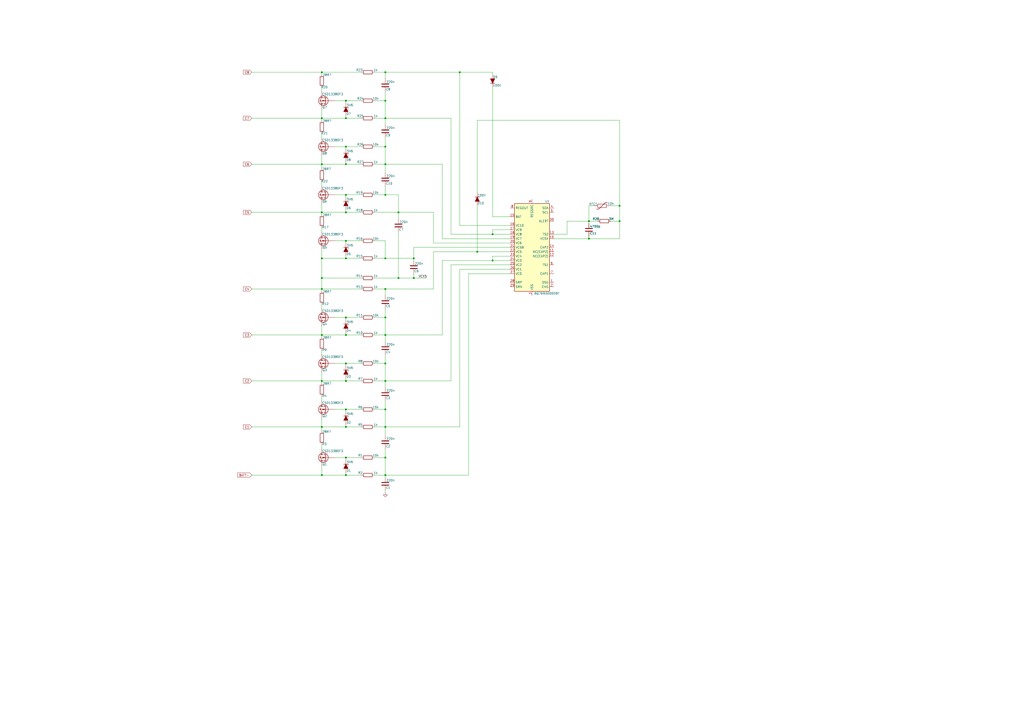
<source format=kicad_sch>
(kicad_sch (version 20250114) (generator "eeschema") (generator_version "9.0")
  (paper "A2")
  (lib_symbols
    (symbol "Battery_Management:BQ76200PW"
      (property "Reference" "U" (at -8.89 13.97 0))
      (property "Value" "BQ76200PW" (at 7.62 13.97 0))
      (symbol "BQ76200PW_0_1"
        (rectangle (start -10.16 -12.7) (end 10.16 12.7) (stroke (width 0.254)) (fill (type background)))
      )
      (symbol "BQ76200PW_1_1"
        (pin input line (at -12.7 2.54 0) (length 2.54) (name "CHG_EN") (number "4"))
        (pin input line (at -12.7 0 0) (length 2.54) (name "CP_EN") (number "5"))
        (pin input line (at -12.7 -2.54 0) (length 2.54) (name "DSG_EN") (number "6"))
        (pin input line (at -12.7 -5.08 0) (length 2.54) (name "PCHG_EN") (number "8"))
        (pin input line (at -12.7 -7.62 0) (length 2.54) (name "PMON_EN") (number "7"))
        (pin no_connect line (at -10.16 10.16 0) (length 2.54) (hide yes) (name "NC") (number "3"))
        (pin no_connect line (at -10.16 7.62 0) (length 2.54) (hide yes) (name "NC") (number "13"))
        (pin no_connect line (at -10.16 5.08 0) (length 2.54) (hide yes) (name "NC") (number "15"))
        (pin power_in line (at -2.54 15.24 270) (length 2.54) (name "BAT") (number "2"))
        (pin power_in line (at 0 15.24 270) (length 2.54) (name "PACK") (number "11"))
        (pin power_in line (at 0 -15.24 90) (length 2.54) (name "VSS") (number "9"))
        (pin output line (at 12.7 10.16 180) (length 2.54) (name "VDDCP") (number "1"))
        (pin output line (at 12.7 5.08 180) (length 2.54) (name "PCHG") (number "14"))
        (pin output line (at 12.7 2.54 180) (length 2.54) (name "CHG") (number "16"))
        (pin output line (at 12.7 0 180) (length 2.54) (name "DSG") (number "12"))
        (pin output line (at 12.7 -7.62 180) (length 2.54) (name "PACKDIV") (number "10"))
      )
    )
    (symbol "Battery_Management:BQ76930DBT"
      (property "Reference" "U" (at -7.62 26.67 0))
      (property "Value" "BQ76930DBT" (at 13.97 26.67 0))
      (symbol "BQ76930DBT_0_1"
        (rectangle (start -10.16 25.4) (end 10.16 -25.4) (stroke (width 0.254)) (fill (type background)))
      )
      (symbol "BQ76930DBT_1_0"
        (pin bidirectional line (at -12.7 15.24 0) (length 2.54) (name "ALERT") (number "30"))
        (pin passive line (at -12.7 7.62 0) (length 2.54) (name "TS2") (number "13"))
        (pin passive line (at -12.7 5.08 0) (length 2.54) (name "VC5X") (number "10"))
        (pin passive line (at -12.7 0 0) (length 2.54) (name "CAP2") (number "14"))
        (pin passive line (at -12.7 -2.54 0) (length 2.54) (name "NC(CAP2)") (number "11"))
        (pin passive line (at -12.7 -5.08 0) (length 2.54) (name "NC(CAP2)") (number "12"))
        (pin passive line (at -12.7 -10.16 0) (length 2.54) (name "TS1") (number "6"))
        (pin passive line (at -12.7 -15.24 0) (length 2.54) (name "CAP1") (number "7"))
        (pin power_in line (at 0 27.94 270) (length 2.54) (name "REGSRC") (number "9"))
        (pin power_out line (at 12.7 22.86 180) (length 2.54) (name "REGOUT") (number "8"))
        (pin input line (at 12.7 17.78 180) (length 2.54) (name "BAT") (number "15"))
        (pin input line (at 12.7 12.7 180) (length 2.54) (name "VC10") (number "16"))
        (pin input line (at 12.7 10.16 180) (length 2.54) (name "VC9") (number "17"))
        (pin input line (at 12.7 7.62 180) (length 2.54) (name "VC8") (number "18"))
        (pin input line (at 12.7 5.08 180) (length 2.54) (name "VC7") (number "19"))
        (pin input line (at 12.7 2.54 180) (length 2.54) (name "VC6") (number "20"))
        (pin input line (at 12.7 0 180) (length 2.54) (name "VC5B") (number "21"))
        (pin input line (at 12.7 -2.54 180) (length 2.54) (name "VC5") (number "22"))
        (pin input line (at 12.7 -5.08 180) (length 2.54) (name "VC4") (number "23"))
        (pin input line (at 12.7 -7.62 180) (length 2.54) (name "VC3") (number "24"))
        (pin input line (at 12.7 -10.16 180) (length 2.54) (name "VC2") (number "25"))
        (pin input line (at 12.7 -12.7 180) (length 2.54) (name "VC1") (number "26"))
        (pin input line (at 12.7 -15.24 180) (length 2.54) (name "VC0") (number "27"))
        (pin input line (at 12.7 -20.32 180) (length 2.54) (name "SRP") (number "28"))
        (pin input line (at 12.7 -22.86 180) (length 2.54) (name "SRN") (number "29"))
      )
      (symbol "BQ76930DBT_1_1"
        (pin bidirectional line (at -12.7 22.86 0) (length 2.54) (name "SDA") (number "4"))
        (pin input line (at -12.7 20.32 0) (length 2.54) (name "SCL") (number "5"))
        (pin output line (at -12.7 -20.32 0) (length 2.54) (name "DSG") (number "1"))
        (pin output line (at -12.7 -22.86 0) (length 2.54) (name "CHG") (number "2"))
        (pin power_in line (at 0 -27.94 90) (length 2.54) (name "VSS") (number "3"))
      )
    )
    (symbol "Battery_Management:BQ78350DBT"
      (property "Reference" "U" (at -10.16 26.67 0))
      (property "Value" "BQ78350DBT" (at 13.97 26.67 0))
      (symbol "BQ78350DBT_0_1"
        (rectangle (start -10.16 25.4) (end 10.16 -25.4) (stroke (width 0.254)) (fill (type background)))
      )
      (symbol "BQ78350DBT_1_1"
        (pin input line (at -12.7 22.86 0) (length 2.54) (name "~{MRST}") (number "24"))
        (pin input line (at -12.7 17.78 0) (length 2.54) (name "BAT") (number "7"))
        (pin open_collector line (at -12.7 12.7 0) (length 2.54) (name "VEN") (number "12"))
        (pin input line (at -12.7 10.16 0) (length 2.54) (name "VAUX") (number "6"))
        (pin bidirectional line (at -12.7 5.08 0) (length 2.54) (name "SDA") (number "3"))
        (pin output line (at -12.7 2.54 0) (length 2.54) (name "SCL") (number "4"))
        (pin bidirectional line (at -12.7 0 0) (length 2.54) (name "ALERT") (number "2"))
        (pin output line (at -12.7 -5.08 0) (length 2.54) (name "~{PRECHG}") (number "5"))
        (pin input line (at -12.7 -10.16 0) (length 2.54) (name "~{PRES}") (number "8"))
        (pin input line (at -12.7 -12.7 0) (length 2.54) (name "~{KEYIN}") (number "9"))
        (pin output line (at -12.7 -15.24 0) (length 2.54) (name "SAFE") (number "10"))
        (pin bidirectional line (at -12.7 -20.32 0) (length 2.54) (name "GPIO_A") (number "21"))
        (pin bidirectional line (at -12.7 -22.86 0) (length 2.54) (name "GPIO_B") (number "28"))
        (pin power_in line (at 0 27.94 270) (length 2.54) (name "VCC") (number "26"))
        (pin passive line (at 0 -27.94 90) (length 2.54) (hide yes) (name "VSS") (number "22"))
        (pin power_in line (at 0 -27.94 90) (length 2.54) (name "VSS") (number "23"))
        (pin passive line (at 0 -27.94 90) (length 2.54) (hide yes) (name "VSS") (number "25"))
        (pin output line (at 12.7 22.86 180) (length 2.54) (name "LED1") (number "16"))
        (pin output line (at 12.7 20.32 180) (length 2.54) (name "LED2") (number "17"))
        (pin output line (at 12.7 17.78 180) (length 2.54) (name "LED3") (number "18"))
        (pin output line (at 12.7 15.24 180) (length 2.54) (name "LED4") (number "19"))
        (pin output line (at 12.7 12.7 180) (length 2.54) (name "LED5") (number "20"))
        (pin open_collector line (at 12.7 10.16 180) (length 2.54) (name "COM") (number "1"))
        (pin input line (at 12.7 7.62 180) (length 2.54) (name "~{DISP}") (number "14"))
        (pin open_collector line (at 12.7 5.08 180) (length 2.54) (name "PWRM") (number "15"))
        (pin bidirectional line (at 12.7 0 180) (length 2.54) (name "SMBD") (number "11"))
        (pin bidirectional line (at 12.7 -2.54 180) (length 2.54) (name "SMBC") (number "13"))
        (pin output line (at 12.7 -7.62 180) (length 2.54) (name "ADREN") (number "29"))
        (pin input line (at 12.7 -10.16 180) (length 2.54) (name "SMBA") (number "30"))
        (pin passive line (at 12.7 -15.24 180) (length 2.54) (name "RBI") (number "27"))
      )
    )
    (symbol "Device:C" (pin_numbers (hide yes)) (pin_names (offset 0.254))
      (property "Reference" "C" (at 0.635 2.54 0))
      (property "Value" "C" (at 0.635 -2.54 0))
      (symbol "C_0_1"
        (polyline (pts (xy -2.032 0.762) (xy 2.032 0.762)) (stroke (width 0.508)))
        (polyline (pts (xy -2.032 -0.762) (xy 2.032 -0.762)) (stroke (width 0.508)))
      )
      (symbol "C_1_1"
        (pin passive line (at 0 3.81 270) (length 2.794) (name "~") (number "1"))
        (pin passive line (at 0 -3.81 90) (length 2.794) (name "~") (number "2"))
      )
    )
    (symbol "Device:D_Filled" (pin_numbers (hide yes)) (pin_names (offset 1.016) (hide yes))
      (property "Reference" "D" (at 0 2.54 0))
      (property "Value" "D_Filled" (at 0 -2.54 0))
      (symbol "D_Filled_0_1"
        (polyline (pts (xy -1.27 1.27) (xy -1.27 -1.27)) (stroke (width 0.254)))
        (polyline (pts (xy 1.27 1.27) (xy 1.27 -1.27) (xy -1.27 0) (xy 1.27 1.27)) (stroke (width 0.254)) (fill (type outline)))
        (polyline (pts (xy 1.27 0) (xy -1.27 0)))
      )
      (symbol "D_Filled_1_1"
        (pin passive line (at -3.81 0 0) (length 2.54) (name "K") (number "1"))
        (pin passive line (at 3.81 0 180) (length 2.54) (name "A") (number "2"))
      )
    )
    (symbol "Device:D_Zener_Filled" (pin_numbers (hide yes)) (pin_names (offset 1.016) (hide yes))
      (property "Reference" "D" (at 0 2.54 0))
      (property "Value" "D_Zener_Filled" (at 0 -2.54 0))
      (symbol "D_Zener_Filled_0_1"
        (polyline (pts (xy -1.27 -1.27) (xy -1.27 1.27) (xy -0.762 1.27)) (stroke (width 0.254)))
        (polyline (pts (xy 1.27 0) (xy -1.27 0)))
        (polyline (pts (xy 1.27 -1.27) (xy 1.27 1.27) (xy -1.27 0) (xy 1.27 -1.27)) (stroke (width 0.254)) (fill (type outline)))
      )
      (symbol "D_Zener_Filled_1_1"
        (pin passive line (at -3.81 0 0) (length 2.54) (name "K") (number "1"))
        (pin passive line (at 3.81 0 180) (length 2.54) (name "A") (number "2"))
      )
    )
    (symbol "Device:R" (pin_numbers (hide yes)) (pin_names (offset 0))
      (property "Reference" "R" (at 2.032 0 90))
      (property "Value" "R" (at 0 0 90))
      (symbol "R_0_1"
        (rectangle (start -1.016 -2.54) (end 1.016 2.54) (stroke (width 0.254)))
      )
      (symbol "R_1_1"
        (pin passive line (at 0 3.81 270) (length 1.27) (name "~") (number "1"))
        (pin passive line (at 0 -3.81 90) (length 1.27) (name "~") (number "2"))
      )
    )
    (symbol "Device:Thermistor" (pin_numbers (hide yes)) (pin_names (offset 0))
      (property "Reference" "TH" (at 2.54 1.27 90))
      (property "Value" "Thermistor" (at -2.54 0 90))
      (symbol "Thermistor_0_1"
        (polyline (pts (xy -1.905 3.175) (xy -1.905 1.905) (xy 1.905 -1.905) (xy 1.905 -3.175) (xy 1.905 -3.175)) (stroke (width 0.254)))
        (rectangle (start -1.016 2.54) (end 1.016 -2.54) (stroke (width 0.2032)))
      )
      (symbol "Thermistor_1_1"
        (pin passive line (at 0 5.08 270) (length 2.54) (name "~") (number "1"))
        (pin passive line (at 0 -5.08 90) (length 2.54) (name "~") (number "2"))
      )
    )
    (symbol "Transistor_FET:CSD13380F3" (pin_numbers (hide yes)) (pin_names (hide yes))
      (property "Reference" "Q" (at 5.08 1.905 0))
      (property "Value" "CSD13380F3" (at 5.08 0 0))
      (symbol "CSD13380F3_1_1"
        (polyline (pts (xy 0.254 0) (xy -2.54 0)))
        (polyline (pts (xy 0.254 -1.905) (xy 0.254 1.905)) (stroke (width 0.254)))
        (polyline (pts (xy 0.762 1.778) (xy 3.302 1.778) (xy 3.302 -1.778) (xy 0.762 -1.778)))
        (polyline (pts (xy 0.762 1.27) (xy 0.762 2.286)) (stroke (width 0.254)))
        (polyline (pts (xy 0.762 -0.508) (xy 0.762 0.508)) (stroke (width 0.254)))
        (polyline (pts (xy 0.762 -2.286) (xy 0.762 -1.27)) (stroke (width 0.254)))
        (polyline (pts (xy 1.016 0) (xy 2.032 -0.381) (xy 2.032 0.381) (xy 1.016 0)) (fill (type outline)))
        (circle (center 1.651 0) (radius 2.794) (stroke (width 0.254)))
        (polyline (pts (xy 2.54 1.905) (xy 2.54 2.54)))
        (circle (center 2.54 1.778) (radius 0.254) (fill (type outline)))
        (circle (center 2.54 -1.778) (radius 0.254) (fill (type outline)))
        (polyline (pts (xy 2.54 -2.54) (xy 2.54 0) (xy 0.762 0)))
        (polyline (pts (xy 2.794 0.508) (xy 2.921 0.381) (xy 3.683 0.381) (xy 3.81 0.254)))
        (polyline (pts (xy 3.302 0.381) (xy 2.921 -0.254) (xy 3.683 -0.254) (xy 3.302 0.381)))
        (pin input line (at -5.08 0 0) (length 2.54) (name "G") (number "1"))
        (pin passive line (at 2.54 5.08 270) (length 2.54) (name "D") (number "3"))
        (pin passive line (at 2.54 -5.08 90) (length 2.54) (name "S") (number "2"))
      )
    )
    (symbol "power:GND" (power) (pin_numbers (hide yes)) (pin_names (offset 0) (hide yes))
      (property "Value" "GND" (at 0 -3.81 0))
      (symbol "GND_0_1"
        (polyline (pts (xy 0 0) (xy 0 -1.27) (xy 1.27 -1.27) (xy 0 -2.54) (xy -1.27 -1.27) (xy 0 -1.27)))
      )
      (symbol "GND_1_1"
        (pin power_in line (at 0 0 270) (length 0) (name "~") (number "1"))
      )
    )
  )
  (text "CHG/DIS" (at 395.732 -60.198 0) (effects (font (size 1.27 1.27)) (justify left)))
  (text "BMC" (at 364.236 -47.752 0) (effects (font (size 1.27 1.27)) (justify left)))
  (junction (at 200.66 123.19))
  (junction (at 223.52 247.65))
  (junction (at 186.69 149.86))
  (junction (at 223.52 95.25))
  (junction (at 200.66 265.43))
  (junction (at 200.66 68.58))
  (junction (at 223.52 184.15))
  (junction (at 186.69 95.25))
  (junction (at 200.66 275.59))
  (junction (at 240.03 149.86))
  (junction (at 200.66 139.7))
  (junction (at 200.66 210.82))
  (junction (at 200.66 247.65))
  (junction (at 240.03 161.29))
  (junction (at 200.66 58.42))
  (junction (at 276.86 146.05))
  (junction (at 186.69 194.31))
  (junction (at 200.66 194.31))
  (junction (at 223.52 113.03))
  (junction (at 186.69 161.29))
  (junction (at 223.52 237.49))
  (junction (at 341.63 128.27))
  (junction (at 223.52 275.59))
  (junction (at 200.66 113.03))
  (junction (at 223.52 194.31))
  (junction (at 359.41 119.38))
  (junction (at 266.7 41.91))
  (junction (at 186.69 167.64))
  (junction (at 186.69 123.19))
  (junction (at 200.66 220.98))
  (junction (at 285.75 135.89))
  (junction (at 223.52 58.42))
  (junction (at 200.66 85.09))
  (junction (at 223.52 41.91))
  (junction (at 186.69 41.91))
  (junction (at 200.66 184.15))
  (junction (at 186.69 247.65))
  (junction (at 186.69 220.98))
  (junction (at 223.52 149.86))
  (junction (at 359.41 128.27))
  (junction (at 223.52 220.98))
  (junction (at 186.69 68.58))
  (junction (at 223.52 167.64))
  (junction (at 200.66 149.86))
  (junction (at 231.14 161.29))
  (junction (at 200.66 237.49))
  (junction (at 341.63 138.43))
  (junction (at 223.52 85.09))
  (junction (at 223.52 265.43))
  (junction (at 231.14 123.19))
  (junction (at 186.69 275.59))
  (junction (at 285.75 151.13))
  (junction (at 223.52 210.82))
  (junction (at 200.66 95.25))
  (junction (at 223.52 68.58))
  (wire (pts (xy 223.52 232.41) (xy 223.52 237.49)))
  (wire (pts (xy 223.52 179.07) (xy 223.52 184.15)))
  (wire (pts (xy 194.31 265.43) (xy 200.66 265.43)))
  (wire (pts (xy 200.66 246.38) (xy 200.66 247.65)))
  (wire (pts (xy 186.69 247.65) (xy 200.66 247.65)))
  (wire (pts (xy 200.66 113.03) (xy 209.55 113.03)))
  (wire (pts (xy 276.86 119.38) (xy 276.86 146.05)))
  (wire (pts (xy 223.52 41.91) (xy 266.7 41.91)))
  (wire (pts (xy 217.17 210.82) (xy 223.52 210.82)))
  (wire (pts (xy 285.75 41.91) (xy 285.75 43.18)))
  (wire (pts (xy 186.69 194.31) (xy 186.69 195.58)))
  (wire (pts (xy 186.69 161.29) (xy 209.55 161.29)))
  (wire (pts (xy 271.78 158.75) (xy 271.78 275.59)))
  (wire (pts (xy 251.46 146.05) (xy 276.86 146.05)))
  (wire (pts (xy 186.69 123.19) (xy 186.69 124.46)))
  (wire (pts (xy 186.69 275.59) (xy 200.66 275.59)))
  (wire (pts (xy 359.41 69.85) (xy 359.41 119.38)))
  (wire (pts (xy 200.66 210.82) (xy 209.55 210.82)))
  (wire (pts (xy 276.86 146.05) (xy 295.91 146.05)))
  (wire (pts (xy 186.69 144.78) (xy 186.69 149.86)))
  (wire (pts (xy 200.66 184.15) (xy 209.55 184.15)))
  (wire (pts (xy 186.69 123.19) (xy 200.66 123.19)))
  (wire (pts (xy 266.7 41.91) (xy 285.75 41.91)))
  (wire (pts (xy 186.69 270.51) (xy 186.69 275.59)))
  (wire (pts (xy 266.7 130.81) (xy 295.91 130.81)))
  (wire (pts (xy 256.54 95.25) (xy 256.54 138.43)))
  (wire (pts (xy 266.7 156.21) (xy 266.7 247.65)))
  (wire (pts (xy 223.52 275.59) (xy 271.78 275.59)))
  (wire (pts (xy 223.52 184.15) (xy 223.52 194.31)))
  (wire (pts (xy 285.75 50.8) (xy 285.75 125.73)))
  (wire (pts (xy 285.75 148.59) (xy 285.75 151.13)))
  (wire (pts (xy 223.52 237.49) (xy 217.17 237.49)))
  (wire (pts (xy 217.17 194.31) (xy 223.52 194.31)))
  (wire (pts (xy 186.69 229.87) (xy 186.69 232.41)))
  (wire (pts (xy 186.69 132.08) (xy 186.69 134.62)))
  (wire (pts (xy 186.69 167.64) (xy 209.55 167.64)))
  (wire (pts (xy 200.66 184.15) (xy 200.66 185.42)))
  (wire (pts (xy 186.69 161.29) (xy 186.69 167.64)))
  (wire (pts (xy 200.66 113.03) (xy 200.66 114.3)))
  (wire (pts (xy 186.69 41.91) (xy 209.55 41.91)))
  (wire (pts (xy 223.52 237.49) (xy 223.52 247.65)))
  (wire (pts (xy 359.41 119.38) (xy 359.41 128.27)))
  (wire (pts (xy 261.62 68.58) (xy 261.62 135.89)))
  (wire (pts (xy 223.52 149.86) (xy 240.03 149.86)))
  (wire (pts (xy 186.69 95.25) (xy 200.66 95.25)))
  (wire (pts (xy 261.62 153.67) (xy 261.62 220.98)))
  (wire (pts (xy 341.63 119.38) (xy 344.17 119.38)))
  (wire (pts (xy 285.75 133.35) (xy 295.91 133.35)))
  (wire (pts (xy 200.66 149.86) (xy 209.55 149.86)))
  (wire (pts (xy 223.52 284.48) (xy 223.52 285.75)))
  (wire (pts (xy 200.66 265.43) (xy 200.66 266.7)))
  (wire (pts (xy 186.69 220.98) (xy 186.69 222.25)))
  (wire (pts (xy 186.69 105.41) (xy 186.69 107.95)))
  (wire (pts (xy 186.69 149.86) (xy 200.66 149.86)))
  (wire (pts (xy 285.75 151.13) (xy 295.91 151.13)))
  (wire (pts (xy 194.31 184.15) (xy 200.66 184.15)))
  (wire (pts (xy 328.93 135.89) (xy 321.31 135.89)))
  (wire (pts (xy 200.66 193.04) (xy 200.66 194.31)))
  (wire (pts (xy 251.46 123.19) (xy 251.46 140.97)))
  (wire (pts (xy 217.17 275.59) (xy 223.52 275.59)))
  (wire (pts (xy 251.46 140.97) (xy 295.91 140.97)))
  (wire (pts (xy 231.14 134.62) (xy 231.14 161.29)))
  (wire (pts (xy 341.63 128.27) (xy 328.93 128.27)))
  (wire (pts (xy 200.66 139.7) (xy 200.66 140.97)))
  (wire (pts (xy 146.05 123.19) (xy 186.69 123.19)))
  (wire (pts (xy 341.63 128.27) (xy 346.71 128.27)))
  (wire (pts (xy 223.52 205.74) (xy 223.52 210.82)))
  (wire (pts (xy 223.52 80.01) (xy 223.52 85.09)))
  (wire (pts (xy 186.69 149.86) (xy 186.69 161.29)))
  (wire (pts (xy 146.05 194.31) (xy 186.69 194.31)))
  (wire (pts (xy 146.05 41.91) (xy 186.69 41.91)))
  (wire (pts (xy 186.69 77.47) (xy 186.69 80.01)))
  (wire (pts (xy 217.17 184.15) (xy 223.52 184.15)))
  (wire (pts (xy 186.69 118.11) (xy 186.69 123.19)))
  (wire (pts (xy 194.31 85.09) (xy 200.66 85.09)))
  (wire (pts (xy 217.17 41.91) (xy 223.52 41.91)))
  (wire (pts (xy 341.63 137.16) (xy 341.63 138.43)))
  (wire (pts (xy 217.17 113.03) (xy 223.52 113.03)))
  (wire (pts (xy 200.66 210.82) (xy 200.66 212.09)))
  (wire (pts (xy 217.17 161.29) (xy 231.14 161.29)))
  (wire (pts (xy 223.52 265.43) (xy 223.52 275.59)))
  (wire (pts (xy 200.66 219.71) (xy 200.66 220.98)))
  (wire (pts (xy 194.31 139.7) (xy 200.66 139.7)))
  (wire (pts (xy 240.03 143.51) (xy 240.03 149.86)))
  (wire (pts (xy 217.17 58.42) (xy 223.52 58.42)))
  (wire (pts (xy 186.69 68.58) (xy 186.69 69.85)))
  (wire (pts (xy 200.66 68.58) (xy 209.55 68.58)))
  (wire (pts (xy 146.05 220.98) (xy 186.69 220.98)))
  (wire (pts (xy 341.63 129.54) (xy 341.63 128.27)))
  (wire (pts (xy 354.33 128.27) (xy 359.41 128.27)))
  (wire (pts (xy 223.52 68.58) (xy 223.52 72.39)))
  (wire (pts (xy 200.66 121.92) (xy 200.66 123.19)))
  (wire (pts (xy 200.66 58.42) (xy 209.55 58.42)))
  (wire (pts (xy 186.69 189.23) (xy 186.69 194.31)))
  (wire (pts (xy 186.69 194.31) (xy 200.66 194.31)))
  (wire (pts (xy 223.52 45.72) (xy 223.52 41.91)))
  (wire (pts (xy 186.69 63.5) (xy 186.69 68.58)))
  (wire (pts (xy 223.52 194.31) (xy 256.54 194.31)))
  (wire (pts (xy 240.03 161.29) (xy 247.65 161.29)))
  (wire (pts (xy 223.52 113.03) (xy 231.14 113.03)))
  (wire (pts (xy 217.17 123.19) (xy 231.14 123.19)))
  (wire (pts (xy 200.66 95.25) (xy 209.55 95.25)))
  (wire (pts (xy 256.54 151.13) (xy 285.75 151.13)))
  (wire (pts (xy 261.62 153.67) (xy 295.91 153.67)))
  (wire (pts (xy 200.66 58.42) (xy 200.66 59.69)))
  (wire (pts (xy 223.52 95.25) (xy 256.54 95.25)))
  (wire (pts (xy 146.05 95.25) (xy 186.69 95.25)))
  (wire (pts (xy 223.52 53.34) (xy 223.52 58.42)))
  (wire (pts (xy 200.66 148.59) (xy 200.66 149.86)))
  (wire (pts (xy 223.52 139.7) (xy 223.52 149.86)))
  (wire (pts (xy 223.52 107.95) (xy 223.52 113.03)))
  (wire (pts (xy 186.69 167.64) (xy 186.69 168.91)))
  (wire (pts (xy 223.52 85.09) (xy 217.17 85.09)))
  (wire (pts (xy 285.75 133.35) (xy 285.75 135.89)))
  (wire (pts (xy 285.75 135.89) (xy 295.91 135.89)))
  (wire (pts (xy 341.63 119.38) (xy 341.63 128.27)))
  (wire (pts (xy 223.52 198.12) (xy 223.52 194.31)))
  (wire (pts (xy 223.52 220.98) (xy 261.62 220.98)))
  (wire (pts (xy 186.69 90.17) (xy 186.69 95.25)))
  (wire (pts (xy 200.66 275.59) (xy 209.55 275.59)))
  (wire (pts (xy 217.17 95.25) (xy 223.52 95.25)))
  (wire (pts (xy 328.93 128.27) (xy 328.93 135.89)))
  (wire (pts (xy 223.52 95.25) (xy 223.52 100.33)))
  (wire (pts (xy 240.03 158.75) (xy 240.03 161.29)))
  (wire (pts (xy 261.62 135.89) (xy 285.75 135.89)))
  (wire (pts (xy 146.05 247.65) (xy 186.69 247.65)))
  (wire (pts (xy 231.14 123.19) (xy 251.46 123.19)))
  (wire (pts (xy 276.86 69.85) (xy 359.41 69.85)))
  (wire (pts (xy 200.66 265.43) (xy 209.55 265.43)))
  (wire (pts (xy 194.31 210.82) (xy 200.66 210.82)))
  (wire (pts (xy 186.69 215.9) (xy 186.69 220.98)))
  (wire (pts (xy 186.69 257.81) (xy 186.69 260.35)))
  (wire (pts (xy 200.66 139.7) (xy 209.55 139.7)))
  (wire (pts (xy 194.31 58.42) (xy 200.66 58.42)))
  (wire (pts (xy 231.14 161.29) (xy 240.03 161.29)))
  (wire (pts (xy 321.31 138.43) (xy 341.63 138.43)))
  (wire (pts (xy 186.69 220.98) (xy 200.66 220.98)))
  (wire (pts (xy 217.17 139.7) (xy 223.52 139.7)))
  (wire (pts (xy 186.69 50.8) (xy 186.69 53.34)))
  (wire (pts (xy 266.7 41.91) (xy 266.7 130.81)))
  (wire (pts (xy 223.52 167.64) (xy 223.52 171.45)))
  (wire (pts (xy 194.31 237.49) (xy 200.66 237.49)))
  (wire (pts (xy 200.66 85.09) (xy 200.66 86.36)))
  (wire (pts (xy 200.66 93.98) (xy 200.66 95.25)))
  (wire (pts (xy 217.17 247.65) (xy 223.52 247.65)))
  (wire (pts (xy 217.17 265.43) (xy 223.52 265.43)))
  (wire (pts (xy 200.66 237.49) (xy 200.66 238.76)))
  (wire (pts (xy 256.54 151.13) (xy 256.54 194.31)))
  (wire (pts (xy 359.41 128.27) (xy 359.41 138.43)))
  (wire (pts (xy 231.14 127) (xy 231.14 123.19)))
  (wire (pts (xy 186.69 95.25) (xy 186.69 97.79)))
  (wire (pts (xy 223.52 220.98) (xy 223.52 224.79)))
  (wire (pts (xy 223.52 247.65) (xy 223.52 252.73)))
  (wire (pts (xy 217.17 167.64) (xy 223.52 167.64)))
  (wire (pts (xy 285.75 125.73) (xy 295.91 125.73)))
  (wire (pts (xy 200.66 85.09) (xy 209.55 85.09)))
  (wire (pts (xy 146.05 275.59) (xy 186.69 275.59)))
  (wire (pts (xy 251.46 146.05) (xy 251.46 167.64)))
  (wire (pts (xy 194.31 113.03) (xy 200.66 113.03)))
  (wire (pts (xy 256.54 138.43) (xy 295.91 138.43)))
  (wire (pts (xy 200.66 67.31) (xy 200.66 68.58)))
  (wire (pts (xy 223.52 167.64) (xy 251.46 167.64)))
  (wire (pts (xy 354.33 119.38) (xy 359.41 119.38)))
  (wire (pts (xy 200.66 247.65) (xy 209.55 247.65)))
  (wire (pts (xy 223.52 275.59) (xy 223.52 276.86)))
  (wire (pts (xy 240.03 149.86) (xy 240.03 151.13)))
  (wire (pts (xy 276.86 69.85) (xy 276.86 111.76)))
  (wire (pts (xy 223.52 210.82) (xy 223.52 220.98)))
  (wire (pts (xy 223.52 68.58) (xy 261.62 68.58)))
  (wire (pts (xy 217.17 149.86) (xy 223.52 149.86)))
  (wire (pts (xy 200.66 123.19) (xy 209.55 123.19)))
  (wire (pts (xy 186.69 68.58) (xy 200.66 68.58)))
  (wire (pts (xy 186.69 176.53) (xy 186.69 179.07)))
  (wire (pts (xy 200.66 220.98) (xy 209.55 220.98)))
  (wire (pts (xy 146.05 68.58) (xy 186.69 68.58)))
  (wire (pts (xy 146.05 167.64) (xy 186.69 167.64)))
  (wire (pts (xy 223.52 247.65) (xy 266.7 247.65)))
  (wire (pts (xy 186.69 247.65) (xy 186.69 250.19)))
  (wire (pts (xy 186.69 41.91) (xy 186.69 43.18)))
  (wire (pts (xy 217.17 220.98) (xy 223.52 220.98)))
  (wire (pts (xy 200.66 237.49) (xy 209.55 237.49)))
  (wire (pts (xy 285.75 148.59) (xy 295.91 148.59)))
  (wire (pts (xy 217.17 68.58) (xy 223.52 68.58)))
  (wire (pts (xy 200.66 194.31) (xy 209.55 194.31)))
  (wire (pts (xy 341.63 138.43) (xy 359.41 138.43)))
  (wire (pts (xy 186.69 203.2) (xy 186.69 205.74)))
  (wire (pts (xy 223.52 260.35) (xy 223.52 265.43)))
  (wire (pts (xy 186.69 242.57) (xy 186.69 247.65)))
  (wire (pts (xy 231.14 113.03) (xy 231.14 123.19)))
  (wire (pts (xy 271.78 158.75) (xy 295.91 158.75)))
  (wire (pts (xy 200.66 274.32) (xy 200.66 275.59)))
  (wire (pts (xy 266.7 156.21) (xy 295.91 156.21)))
  (wire (pts (xy 240.03 143.51) (xy 295.91 143.51)))
  (wire (pts (xy 223.52 58.42) (xy 223.52 68.58)))
  (wire (pts (xy 223.52 85.09) (xy 223.52 95.25)))
  (label "VCX5" (at 247.65 161.29 180))
  (global_label "C7" (shape input) (at 146.05 68.58 180) (property "Intersheetrefs" "${INTERSHEET_REFS}" (effects (hide yes))))
  (global_label "C3" (shape input) (at 146.05 194.31 180) (property "Intersheetrefs" "${INTERSHEET_REFS}" (effects (hide yes))))
  (global_label "C8" (shape input) (at 146.05 41.91 180) (property "Intersheetrefs" "${INTERSHEET_REFS}" (effects (hide yes))))
  (global_label "C6" (shape input) (at 146.05 95.25 180) (property "Intersheetrefs" "${INTERSHEET_REFS}" (effects (hide yes))))
  (global_label "C1" (shape input) (at 146.05 247.65 180) (property "Intersheetrefs" "${INTERSHEET_REFS}" (effects (hide yes))))
  (global_label "C4" (shape input) (at 146.05 167.64 180) (property "Intersheetrefs" "${INTERSHEET_REFS}" (effects (hide yes))))
  (global_label "C5" (shape input) (at 146.05 123.19 180) (property "Intersheetrefs" "${INTERSHEET_REFS}" (effects (hide yes))))
  (global_label "C2" (shape input) (at 146.05 220.98 180) (property "Intersheetrefs" "${INTERSHEET_REFS}" (effects (hide yes))))
  (global_label "BATT-" (shape input) (at 146.05 275.59 180) (property "Intersheetrefs" "${INTERSHEET_REFS}" (effects (hide yes))))
  (symbol (lib_id "power:GND") (at 223.52 285.75 0) (unit 1)
    (property "Reference" "#PWR01" (effects (hide yes)))
    (property "Value" "GND" (effects (hide yes)))
    (property "Description" "Power symbol creates a global label with name \"GND\" , ground" (effects (hide yes)))
  )
  (symbol (lib_id "Device:R") (at 213.36 237.49 90) (unit 1)
    (property "Reference" "R6" (at 209.042 236.22 90))
    (property "Value" "10k" (at 217.932 236.22 90))
    (property "Description" "Resistor" (effects (hide yes)))
  )
  (symbol (lib_id "Device:R") (at 186.69 101.6 180) (unit 1)
    (property "Reference" "R22" (at 188.214 105.156 0))
    (property "Value" "28R7" (at 189.484 98.044 0))
    (property "Description" "Resistor" (effects (hide yes)))
  )
  (symbol (lib_id "Transistor_FET:CSD13380F3") (at 189.23 58.42 0) (mirror y) (unit 1)
    (property "Reference" "Q7" (at 189.738 62.23 0) (effects (justify left)))
    (property "Value" "CSD13380F3" (at 199.136 54.61 0) (effects (justify left)))
    (property "Footprint" "Package_DFN_QFN:Texas_PicoStar_DFN-3_0.69x0.60mm" (effects (hide yes)))
    (property "Datasheet" "https://www.ti.com/lit/ds/symlink/csd13380f3.pdf" (effects (hide yes)))
    (property "Description" "3.6A Id, 12V Vds, N-Channel MOSFET, 76mOhm Ron,max @ 4.5Vgs, 0.91nC Qg,typ @ 4.5Vgs, PicoStar 0.73x0.64mm max, 0.69x0.60mm nom" (effects (hide yes)))
  )
  (symbol (lib_id "Device:R") (at 213.36 265.43 90) (unit 1)
    (property "Reference" "R1" (at 209.042 264.16 90))
    (property "Value" "10k" (at 217.932 264.16 90))
    (property "Description" "Resistor" (effects (hide yes)))
  )
  (symbol (lib_id "Device:R") (at 213.36 41.91 90) (unit 1)
    (property "Reference" "R23" (at 208.534 40.64 90))
    (property "Value" "1k" (at 217.932 40.64 90))
    (property "Description" "Resistor" (effects (hide yes)))
  )
  (symbol (lib_id "Transistor_FET:CSD13380F3") (at 189.23 184.15 0) (mirror y) (unit 1)
    (property "Reference" "Q4" (at 189.738 187.96 0) (effects (justify left)))
    (property "Value" "CSD13380F3" (at 199.136 180.34 0) (effects (justify left)))
    (property "Footprint" "Package_DFN_QFN:Texas_PicoStar_DFN-3_0.69x0.60mm" (effects (hide yes)))
    (property "Datasheet" "https://www.ti.com/lit/ds/symlink/csd13380f3.pdf" (effects (hide yes)))
    (property "Description" "3.6A Id, 12V Vds, N-Channel MOSFET, 76mOhm Ron,max @ 4.5Vgs, 0.91nC Qg,typ @ 4.5Vgs, PicoStar 0.73x0.64mm max, 0.69x0.60mm nom" (effects (hide yes)))
  )
  (symbol (lib_id "Transistor_FET:CSD13380F3") (at 189.23 85.09 0) (mirror y) (unit 1)
    (property "Reference" "Q8" (at 189.738 88.9 0) (effects (justify left)))
    (property "Value" "CSD13380F3" (at 199.136 81.28 0) (effects (justify left)))
    (property "Footprint" "Package_DFN_QFN:Texas_PicoStar_DFN-3_0.69x0.60mm" (effects (hide yes)))
    (property "Datasheet" "https://www.ti.com/lit/ds/symlink/csd13380f3.pdf" (effects (hide yes)))
    (property "Description" "3.6A Id, 12V Vds, N-Channel MOSFET, 76mOhm Ron,max @ 4.5Vgs, 0.91nC Qg,typ @ 4.5Vgs, PicoStar 0.73x0.64mm max, 0.69x0.60mm nom" (effects (hide yes)))
  )
  (symbol (lib_id "Device:R") (at 186.69 226.06 180) (unit 1)
    (property "Reference" "R4" (at 188.214 229.616 0))
    (property "Value" "28R7" (at 189.738 222.504 0))
    (property "Description" "Resistor" (effects (hide yes)))
  )
  (symbol (lib_id "Device:R") (at 213.36 58.42 90) (unit 1)
    (property "Reference" "R24" (at 209.042 57.15 90))
    (property "Value" "10k" (at 217.932 57.15 90))
    (property "Description" "Resistor" (effects (hide yes)))
  )
  (symbol (lib_id "Device:R") (at 213.36 194.31 90) (unit 1)
    (property "Reference" "R10" (at 208.534 193.04 90))
    (property "Value" "1k" (at 217.932 193.04 90))
    (property "Description" "Resistor" (effects (hide yes)))
  )
  (symbol (lib_id "Device:R") (at 213.36 95.25 90) (unit 1)
    (property "Reference" "R27" (at 209.042 93.98 90))
    (property "Value" "1k" (at 217.932 93.98 90))
    (property "Description" "Resistor" (effects (hide yes)))
  )
  (symbol (lib_id "Device:C") (at 223.52 280.67 0) (unit 1)
    (property "Reference" "C1" (at 223.774 282.956 0) (effects (justify left)))
    (property "Value" "220n" (at 224.028 278.638 0) (effects (justify left)))
    (property "Description" "Unpolarized capacitor" (effects (hide yes)))
  )
  (symbol (lib_id "Battery_Management:BQ76200PW") (at 406.4 -74.93 0) (unit 1)
    (property "Reference" "U3" (at 414.02 -88.9 0) (effects (justify left)))
    (property "Value" "BQ76200PW" (at 408.178 -60.96 0) (effects (justify left)))
    (property "Footprint" "Package_SO:TSSOP-16_4.4x5mm_P0.65mm" (effects (hide yes)))
    (property "Datasheet" "http://www.ti.com/lit/ds/symlink/bq76200.pdf" (effects (hide yes)))
    (property "Description" "High Voltage Battery Pack Front-End Charge/Discharge High-Side NFET Driver, TSSOP-16" (effects (hide yes)))
  )
  (symbol (lib_id "Device:C") (at 341.63 133.35 0) (unit 1)
    (property "Reference" "C11" (at 342.138 135.382 0) (effects (justify left)))
    (property "Value" "4700p" (at 342.138 131.318 0) (effects (justify left)))
    (property "Description" "Unpolarized capacitor" (effects (hide yes)))
  )
  (symbol (lib_id "Device:R") (at 213.36 247.65 90) (unit 1)
    (property "Reference" "R5" (at 209.042 246.38 90))
    (property "Value" "1k" (at 217.932 246.38 90))
    (property "Description" "Resistor" (effects (hide yes)))
  )
  (symbol (lib_id "Device:R") (at 213.36 113.03 90) (unit 1)
    (property "Reference" "R19" (at 208.534 111.76 90))
    (property "Value" "10k" (at 217.932 111.76 90))
    (property "Description" "Resistor" (effects (hide yes)))
  )
  (symbol (lib_id "Device:R") (at 213.36 167.64 90) (unit 1)
    (property "Reference" "R13" (at 208.534 166.37 90))
    (property "Value" "1k" (at 217.932 166.37 90))
    (property "Description" "Resistor" (effects (hide yes)))
  )
  (symbol (lib_id "Battery_Management:BQ78350DBT") (at 373.38 -74.93 0) (unit 1)
    (property "Reference" "U2" (at 381.254 -101.6 0) (effects (justify left)))
    (property "Value" "BQ78350DBT-R1" (at 374.396 -48.514 0) (effects (justify left)))
    (property "Footprint" "Package_SO:TSSOP-30_4.4x7.8mm_P0.5mm" (effects (hide yes)))
    (property "Datasheet" "http://www.ti.com/lit/ds/symlink/bq78350.pdf" (effects (hide yes)))
    (property "Description" "Lithium battery fuel gauge, battery management controller for BQ769x0, TSSOP-30" (effects (hide yes)))
  )
  (symbol (lib_id "Device:Thermistor") (at 349.25 119.38 90) (unit 1)
    (property "Reference" "NTC1" (at 344.17 118.364 90))
    (property "Value" "10k" (at 354.33 118.11 90))
    (property "Description" "Temperature dependent resistor" (effects (hide yes)))
  )
  (symbol (lib_id "Device:C") (at 223.52 175.26 0) (unit 1)
    (property "Reference" "C5" (at 223.774 177.546 0) (effects (justify left)))
    (property "Value" "220n" (at 224.028 173.228 0) (effects (justify left)))
    (property "Description" "Unpolarized capacitor" (effects (hide yes)))
  )
  (symbol (lib_id "Device:R") (at 213.36 210.82 90) (unit 1)
    (property "Reference" "R8" (at 209.042 209.55 90))
    (property "Value" "10k" (at 217.932 209.55 90))
    (property "Description" "Resistor" (effects (hide yes)))
  )
  (symbol (lib_id "Device:R") (at 213.36 275.59 90) (unit 1)
    (property "Reference" "R2" (at 209.042 274.32 90))
    (property "Value" "1k" (at 217.932 274.32 90))
    (property "Description" "Resistor" (effects (hide yes)))
  )
  (symbol (lib_id "Device:D_Filled") (at 276.86 115.57 270) (unit 1)
    (property "Reference" "D10" (at 278.892 117.856 90))
    (property "Value" "100V" (at 279.4 113.284 90))
    (property "Description" "Diode, filled shape" (effects (hide yes)))
    (property "Sim.Device" "D" (effects (hide yes)))
    (property "Sim.Pins" "1=K 2=A" (effects (hide yes)))
  )
  (symbol (lib_id "Device:R") (at 213.36 149.86 90) (unit 1)
    (property "Reference" "R15" (at 208.534 148.59 90))
    (property "Value" "1k" (at 217.932 148.59 90))
    (property "Description" "Resistor" (effects (hide yes)))
  )
  (symbol (lib_id "Device:R") (at 213.36 139.7 90) (unit 1)
    (property "Reference" "R16" (at 208.534 138.43 90))
    (property "Value" "10k" (at 217.932 138.43 90))
    (property "Description" "Resistor" (effects (hide yes)))
  )
  (symbol (lib_id "Device:D_Filled") (at 285.75 46.99 90) (unit 1)
    (property "Reference" "D9" (at 287.274 44.704 90))
    (property "Value" "100V" (at 288.29 49.53 90))
    (property "Description" "Diode, filled shape" (effects (hide yes)))
    (property "Sim.Device" "D" (effects (hide yes)))
    (property "Sim.Pins" "1=K 2=A" (effects (hide yes)))
  )
  (symbol (lib_id "Transistor_FET:CSD13380F3") (at 189.23 139.7 0) (mirror y) (unit 1)
    (property "Reference" "Q5" (at 189.738 143.51 0) (effects (justify left)))
    (property "Value" "CSD13380F3" (at 199.136 135.89 0) (effects (justify left)))
    (property "Footprint" "Package_DFN_QFN:Texas_PicoStar_DFN-3_0.69x0.60mm" (effects (hide yes)))
    (property "Datasheet" "https://www.ti.com/lit/ds/symlink/csd13380f3.pdf" (effects (hide yes)))
    (property "Description" "3.6A Id, 12V Vds, N-Channel MOSFET, 76mOhm Ron,max @ 4.5Vgs, 0.91nC Qg,typ @ 4.5Vgs, PicoStar 0.73x0.64mm max, 0.69x0.60mm nom" (effects (hide yes)))
  )
  (symbol (lib_id "Device:C") (at 223.52 201.93 0) (unit 1)
    (property "Reference" "C4" (at 223.774 204.216 0) (effects (justify left)))
    (property "Value" "220n" (at 224.028 199.898 0) (effects (justify left)))
    (property "Description" "Unpolarized capacitor" (effects (hide yes)))
  )
  (symbol (lib_id "Battery_Management:BQ76930DBT") (at 308.61 143.51 0) (mirror y) (unit 1)
    (property "Reference" "U1" (at 318.77 116.84 0) (effects (justify left)))
    (property "Value" "BQ7693000DBT" (at 324.612 170.18 0) (effects (justify left)))
    (property "Footprint" "Package_SO:TSSOP-30_4.4x7.8mm_P0.5mm" (effects (hide yes)))
    (property "Datasheet" "http://www.ti.com/lit/ds/symlink/bq76930.pdf" (effects (hide yes)))
    (property "Description" "Lithium battery monitor, 6-10 cells, integrated balancing, I2C interface, TSSOP-30" (effects (hide yes)))
  )
  (symbol (lib_id "Device:R") (at 186.69 46.99 180) (unit 1)
    (property "Reference" "R20" (at 188.214 50.546 0))
    (property "Value" "28R7" (at 189.738 43.434 0))
    (property "Description" "Resistor" (effects (hide yes)))
  )
  (symbol (lib_id "Device:C") (at 231.14 130.81 0) (unit 1)
    (property "Reference" "C7" (at 231.394 133.096 0) (effects (justify left)))
    (property "Value" "220n" (at 231.648 128.778 0) (effects (justify left)))
    (property "Description" "Unpolarized capacitor" (effects (hide yes)))
  )
  (symbol (lib_id "Device:R") (at 213.36 184.15 90) (unit 1)
    (property "Reference" "R11" (at 208.534 182.88 90))
    (property "Value" "10k" (at 217.932 182.88 90))
    (property "Description" "Resistor" (effects (hide yes)))
  )
  (symbol (lib_id "Device:D_Zener_Filled") (at 200.66 90.17 270) (unit 1)
    (property "Reference" "D8" (at 200.914 92.71 90) (effects (justify left)))
    (property "Value" "5V6" (at 201.168 87.63 90) (effects (justify left)))
    (property "Description" "Zener diode, filled shape" (effects (hide yes)))
  )
  (symbol (lib_id "Device:D_Zener_Filled") (at 200.66 144.78 270) (unit 1)
    (property "Reference" "D5" (at 200.914 147.32 90) (effects (justify left)))
    (property "Value" "5V6" (at 201.168 142.24 90) (effects (justify left)))
    (property "Description" "Zener diode, filled shape" (effects (hide yes)))
  )
  (symbol (lib_id "Device:R") (at 186.69 199.39 180) (unit 1)
    (property "Reference" "R9" (at 188.214 202.946 0))
    (property "Value" "28R7" (at 189.738 195.834 0))
    (property "Description" "Resistor" (effects (hide yes)))
  )
  (symbol (lib_id "Device:R") (at 186.69 254 180) (unit 1)
    (property "Reference" "R3" (at 188.214 257.556 0))
    (property "Value" "28R7" (at 189.484 250.444 0))
    (property "Description" "Resistor" (effects (hide yes)))
  )
  (symbol (lib_id "Transistor_FET:CSD13380F3") (at 189.23 265.43 0) (mirror y) (unit 1)
    (property "Reference" "Q1" (at 189.738 269.24 0) (effects (justify left)))
    (property "Value" "CSD13380F3" (at 199.136 261.62 0) (effects (justify left)))
    (property "Footprint" "Package_DFN_QFN:Texas_PicoStar_DFN-3_0.69x0.60mm" (effects (hide yes)))
    (property "Datasheet" "https://www.ti.com/lit/ds/symlink/csd13380f3.pdf" (effects (hide yes)))
    (property "Description" "3.6A Id, 12V Vds, N-Channel MOSFET, 76mOhm Ron,max @ 4.5Vgs, 0.91nC Qg,typ @ 4.5Vgs, PicoStar 0.73x0.64mm max, 0.69x0.60mm nom" (effects (hide yes)))
  )
  (symbol (lib_id "Device:D_Zener_Filled") (at 200.66 242.57 270) (unit 1)
    (property "Reference" "D2" (at 200.914 245.11 90) (effects (justify left)))
    (property "Value" "5V6" (at 201.168 240.03 90) (effects (justify left)))
    (property "Description" "Zener diode, filled shape" (effects (hide yes)))
  )
  (symbol (lib_id "Device:C") (at 223.52 256.54 0) (unit 1)
    (property "Reference" "C2" (at 223.774 258.826 0) (effects (justify left)))
    (property "Value" "220n" (at 224.028 254.508 0) (effects (justify left)))
    (property "Description" "Unpolarized capacitor" (effects (hide yes)))
  )
  (symbol (lib_id "Device:C") (at 240.03 154.94 0) (unit 1)
    (property "Reference" "C6" (at 240.284 157.226 0) (effects (justify left)))
    (property "Value" "220n" (at 240.538 152.908 0) (effects (justify left)))
    (property "Description" "Unpolarized capacitor" (effects (hide yes)))
  )
  (symbol (lib_id "Device:D_Zener_Filled") (at 200.66 63.5 270) (unit 1)
    (property "Reference" "D7" (at 200.914 66.04 90) (effects (justify left)))
    (property "Value" "5V6" (at 201.168 60.96 90) (effects (justify left)))
    (property "Description" "Zener diode, filled shape" (effects (hide yes)))
  )
  (symbol (lib_id "Device:R") (at 213.36 161.29 90) (unit 1)
    (property "Reference" "R14" (at 208.534 160.02 90))
    (property "Value" "1k" (at 217.932 160.02 90))
    (property "Description" "Resistor" (effects (hide yes)))
  )
  (symbol (lib_id "Device:R") (at 186.69 73.66 180) (unit 1)
    (property "Reference" "R21" (at 188.214 77.216 0))
    (property "Value" "28R7" (at 189.738 70.104 0))
    (property "Description" "Resistor" (effects (hide yes)))
  )
  (symbol (lib_id "Transistor_FET:CSD13380F3") (at 189.23 113.03 0) (mirror y) (unit 1)
    (property "Reference" "Q6" (at 189.738 116.84 0) (effects (justify left)))
    (property "Value" "CSD13380F3" (at 199.136 109.22 0) (effects (justify left)))
    (property "Footprint" "Package_DFN_QFN:Texas_PicoStar_DFN-3_0.69x0.60mm" (effects (hide yes)))
    (property "Datasheet" "https://www.ti.com/lit/ds/symlink/csd13380f3.pdf" (effects (hide yes)))
    (property "Description" "3.6A Id, 12V Vds, N-Channel MOSFET, 76mOhm Ron,max @ 4.5Vgs, 0.91nC Qg,typ @ 4.5Vgs, PicoStar 0.73x0.64mm max, 0.69x0.60mm nom" (effects (hide yes)))
  )
  (symbol (lib_id "Device:D_Zener_Filled") (at 200.66 189.23 270) (unit 1)
    (property "Reference" "D4" (at 200.914 191.77 90) (effects (justify left)))
    (property "Value" "5V6" (at 201.168 186.69 90) (effects (justify left)))
    (property "Description" "Zener diode, filled shape" (effects (hide yes)))
  )
  (symbol (lib_id "Transistor_FET:CSD13380F3") (at 189.23 210.82 0) (mirror y) (unit 1)
    (property "Reference" "Q3" (at 189.738 214.63 0) (effects (justify left)))
    (property "Value" "CSD13380F3" (at 199.136 207.01 0) (effects (justify left)))
    (property "Footprint" "Package_DFN_QFN:Texas_PicoStar_DFN-3_0.69x0.60mm" (effects (hide yes)))
    (property "Datasheet" "https://www.ti.com/lit/ds/symlink/csd13380f3.pdf" (effects (hide yes)))
    (property "Description" "3.6A Id, 12V Vds, N-Channel MOSFET, 76mOhm Ron,max @ 4.5Vgs, 0.91nC Qg,typ @ 4.5Vgs, PicoStar 0.73x0.64mm max, 0.69x0.60mm nom" (effects (hide yes)))
  )
  (symbol (lib_id "Device:R") (at 213.36 68.58 90) (unit 1)
    (property "Reference" "R25" (at 209.042 67.31 90))
    (property "Value" "1k" (at 217.932 67.31 90))
    (property "Description" "Resistor" (effects (hide yes)))
  )
  (symbol (lib_id "Device:R") (at 186.69 172.72 180) (unit 1)
    (property "Reference" "R12" (at 188.722 176.276 0))
    (property "Value" "28R7" (at 189.738 169.164 0))
    (property "Description" "Resistor" (effects (hide yes)))
  )
  (symbol (lib_id "Device:R") (at 213.36 220.98 90) (unit 1)
    (property "Reference" "R7" (at 209.042 219.71 90))
    (property "Value" "1k" (at 217.932 219.71 90))
    (property "Description" "Resistor" (effects (hide yes)))
  )
  (symbol (lib_id "Device:C") (at 223.52 228.6 0) (unit 1)
    (property "Reference" "C3" (at 223.774 230.886 0) (effects (justify left)))
    (property "Value" "220n" (at 224.028 226.568 0) (effects (justify left)))
    (property "Description" "Unpolarized capacitor" (effects (hide yes)))
  )
  (symbol (lib_id "Device:C") (at 223.52 104.14 0) (unit 1)
    (property "Reference" "C10" (at 223.774 106.426 0) (effects (justify left)))
    (property "Value" "220n" (at 224.028 102.108 0) (effects (justify left)))
    (property "Description" "Unpolarized capacitor" (effects (hide yes)))
  )
  (symbol (lib_id "Device:C") (at 223.52 49.53 0) (unit 1)
    (property "Reference" "C8" (at 223.774 51.816 0) (effects (justify left)))
    (property "Value" "220n" (at 224.028 47.498 0) (effects (justify left)))
    (property "Description" "Unpolarized capacitor" (effects (hide yes)))
  )
  (symbol (lib_id "Device:R") (at 213.36 123.19 90) (unit 1)
    (property "Reference" "R18" (at 208.534 121.92 90))
    (property "Value" "1k" (at 217.932 121.92 90))
    (property "Description" "Resistor" (effects (hide yes)))
  )
  (symbol (lib_id "Device:D_Zener_Filled") (at 200.66 118.11 270) (unit 1)
    (property "Reference" "D6" (at 200.914 120.65 90) (effects (justify left)))
    (property "Value" "5V6" (at 201.168 115.57 90) (effects (justify left)))
    (property "Description" "Zener diode, filled shape" (effects (hide yes)))
  )
  (symbol (lib_id "Device:C") (at 223.52 76.2 0) (unit 1)
    (property "Reference" "C9" (at 223.774 78.486 0) (effects (justify left)))
    (property "Value" "220n" (at 224.028 74.168 0) (effects (justify left)))
    (property "Description" "Unpolarized capacitor" (effects (hide yes)))
  )
  (symbol (lib_id "Transistor_FET:CSD13380F3") (at 189.23 237.49 0) (mirror y) (unit 1)
    (property "Reference" "Q2" (at 189.738 241.3 0) (effects (justify left)))
    (property "Value" "CSD13380F3" (at 199.136 233.68 0) (effects (justify left)))
    (property "Footprint" "Package_DFN_QFN:Texas_PicoStar_DFN-3_0.69x0.60mm" (effects (hide yes)))
    (property "Datasheet" "https://www.ti.com/lit/ds/symlink/csd13380f3.pdf" (effects (hide yes)))
    (property "Description" "3.6A Id, 12V Vds, N-Channel MOSFET, 76mOhm Ron,max @ 4.5Vgs, 0.91nC Qg,typ @ 4.5Vgs, PicoStar 0.73x0.64mm max, 0.69x0.60mm nom" (effects (hide yes)))
  )
  (symbol (lib_id "Device:D_Zener_Filled") (at 200.66 215.9 270) (unit 1)
    (property "Reference" "D3" (at 200.914 218.44 90) (effects (justify left)))
    (property "Value" "5V6" (at 201.168 213.36 90) (effects (justify left)))
    (property "Description" "Zener diode, filled shape" (effects (hide yes)))
  )
  (symbol (lib_id "Device:R") (at 186.69 128.27 180) (unit 1)
    (property "Reference" "R17" (at 188.722 131.826 0))
    (property "Value" "28R7" (at 189.738 124.714 0))
    (property "Description" "Resistor" (effects (hide yes)))
  )
  (symbol (lib_id "Device:R") (at 213.36 85.09 90) (unit 1)
    (property "Reference" "R26" (at 209.042 83.82 90))
    (property "Value" "10k" (at 217.932 83.82 90))
    (property "Description" "Resistor" (effects (hide yes)))
  )
  (symbol (lib_id "Device:D_Zener_Filled") (at 200.66 270.51 270) (unit 1)
    (property "Reference" "D1" (at 200.914 273.05 90) (effects (justify left)))
    (property "Value" "5V6" (at 201.168 267.97 90) (effects (justify left)))
    (property "Description" "Zener diode, filled shape" (effects (hide yes)))
  )
  (symbol (lib_id "Device:R") (at 350.52 128.27 90) (unit 1)
    (property "Reference" "R28" (at 345.694 127 90))
    (property "Value" "3M" (at 354.584 127 90))
    (property "Description" "Resistor" (effects (hide yes)))
  )
)
</source>
